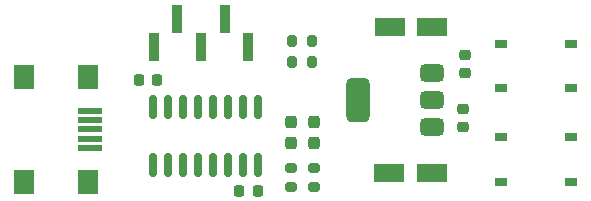
<source format=gbr>
%TF.GenerationSoftware,KiCad,Pcbnew,9.0.3*%
%TF.CreationDate,2025-08-30T18:08:07-03:00*%
%TF.ProjectId,PCB_Integradora,5043425f-496e-4746-9567-7261646f7261,rev?*%
%TF.SameCoordinates,Original*%
%TF.FileFunction,Paste,Top*%
%TF.FilePolarity,Positive*%
%FSLAX46Y46*%
G04 Gerber Fmt 4.6, Leading zero omitted, Abs format (unit mm)*
G04 Created by KiCad (PCBNEW 9.0.3) date 2025-08-30 18:08:07*
%MOMM*%
%LPD*%
G01*
G04 APERTURE LIST*
G04 Aperture macros list*
%AMRoundRect*
0 Rectangle with rounded corners*
0 $1 Rounding radius*
0 $2 $3 $4 $5 $6 $7 $8 $9 X,Y pos of 4 corners*
0 Add a 4 corners polygon primitive as box body*
4,1,4,$2,$3,$4,$5,$6,$7,$8,$9,$2,$3,0*
0 Add four circle primitives for the rounded corners*
1,1,$1+$1,$2,$3*
1,1,$1+$1,$4,$5*
1,1,$1+$1,$6,$7*
1,1,$1+$1,$8,$9*
0 Add four rect primitives between the rounded corners*
20,1,$1+$1,$2,$3,$4,$5,0*
20,1,$1+$1,$4,$5,$6,$7,0*
20,1,$1+$1,$6,$7,$8,$9,0*
20,1,$1+$1,$8,$9,$2,$3,0*%
G04 Aperture macros list end*
%ADD10RoundRect,0.237500X-0.237500X0.287500X-0.237500X-0.287500X0.237500X-0.287500X0.237500X0.287500X0*%
%ADD11RoundRect,0.225000X-0.225000X-0.250000X0.225000X-0.250000X0.225000X0.250000X-0.225000X0.250000X0*%
%ADD12RoundRect,0.250000X-1.050000X-0.550000X1.050000X-0.550000X1.050000X0.550000X-1.050000X0.550000X0*%
%ADD13R,2.000000X0.500000*%
%ADD14R,1.700000X2.000000*%
%ADD15RoundRect,0.200000X0.275000X-0.200000X0.275000X0.200000X-0.275000X0.200000X-0.275000X-0.200000X0*%
%ADD16R,1.000000X0.750000*%
%ADD17RoundRect,0.375000X0.625000X0.375000X-0.625000X0.375000X-0.625000X-0.375000X0.625000X-0.375000X0*%
%ADD18RoundRect,0.500000X0.500000X1.400000X-0.500000X1.400000X-0.500000X-1.400000X0.500000X-1.400000X0*%
%ADD19RoundRect,0.150000X-0.150000X0.825000X-0.150000X-0.825000X0.150000X-0.825000X0.150000X0.825000X0*%
%ADD20RoundRect,0.225000X-0.250000X0.225000X-0.250000X-0.225000X0.250000X-0.225000X0.250000X0.225000X0*%
%ADD21RoundRect,0.200000X-0.200000X-0.275000X0.200000X-0.275000X0.200000X0.275000X-0.200000X0.275000X0*%
%ADD22RoundRect,0.225000X0.225000X0.250000X-0.225000X0.250000X-0.225000X-0.250000X0.225000X-0.250000X0*%
%ADD23R,0.850000X2.350000*%
%ADD24RoundRect,0.225000X0.250000X-0.225000X0.250000X0.225000X-0.250000X0.225000X-0.250000X-0.225000X0*%
G04 APERTURE END LIST*
D10*
%TO.C,D2*%
X95161200Y-70679000D03*
X95161200Y-72429000D03*
%TD*%
D11*
%TO.C,C4*%
X82282800Y-67134400D03*
X83832800Y-67134400D03*
%TD*%
D12*
%TO.C,C5*%
X103470800Y-75008400D03*
X107070800Y-75008400D03*
%TD*%
D13*
%TO.C,J2*%
X78100000Y-69700000D03*
X78100000Y-70500000D03*
X78100000Y-71300000D03*
X78100000Y-72100000D03*
X78100000Y-72900000D03*
D14*
X78000000Y-66850000D03*
X72550000Y-66850000D03*
X78000000Y-75750000D03*
X72550000Y-75750000D03*
%TD*%
D15*
%TO.C,R3*%
X97091600Y-76189000D03*
X97091600Y-74539000D03*
%TD*%
D16*
%TO.C,SW10*%
X112887600Y-64040200D03*
X118887600Y-64040200D03*
X112887600Y-67790200D03*
X118887600Y-67790200D03*
%TD*%
D15*
%TO.C,R4*%
X95161200Y-76189000D03*
X95161200Y-74539000D03*
%TD*%
D17*
%TO.C,U2*%
X107100000Y-71110800D03*
X107100000Y-68810800D03*
D18*
X100800000Y-68810800D03*
D17*
X107100000Y-66510800D03*
%TD*%
D19*
%TO.C,U1*%
X92341800Y-69383800D03*
X91071800Y-69383800D03*
X89801800Y-69383800D03*
X88531800Y-69383800D03*
X87261800Y-69383800D03*
X85991800Y-69383800D03*
X84721800Y-69383800D03*
X83451800Y-69383800D03*
X83451800Y-74333800D03*
X84721800Y-74333800D03*
X85991800Y-74333800D03*
X87261800Y-74333800D03*
X88531800Y-74333800D03*
X89801800Y-74333800D03*
X91071800Y-74333800D03*
X92341800Y-74333800D03*
%TD*%
D16*
%TO.C,SW9*%
X118887600Y-75715000D03*
X112887600Y-75715000D03*
X118887600Y-71965000D03*
X112887600Y-71965000D03*
%TD*%
D20*
%TO.C,C6*%
X109740800Y-69546800D03*
X109740800Y-71096800D03*
%TD*%
D21*
%TO.C,R1*%
X95262800Y-65559600D03*
X96912800Y-65559600D03*
%TD*%
%TO.C,R2*%
X95262800Y-63832400D03*
X96912800Y-63832400D03*
%TD*%
D22*
%TO.C,C2*%
X92316400Y-76481600D03*
X90766400Y-76481600D03*
%TD*%
D23*
%TO.C,J3*%
X91534600Y-64288600D03*
X89534600Y-61938600D03*
X87534600Y-64288600D03*
X85534600Y-61938600D03*
X83534600Y-64288600D03*
%TD*%
D10*
%TO.C,D1*%
X97091600Y-70679000D03*
X97091600Y-72429000D03*
%TD*%
D12*
%TO.C,C3*%
X103521600Y-62613200D03*
X107121600Y-62613200D03*
%TD*%
D24*
%TO.C,C1*%
X109842400Y-66524800D03*
X109842400Y-64974800D03*
%TD*%
M02*

</source>
